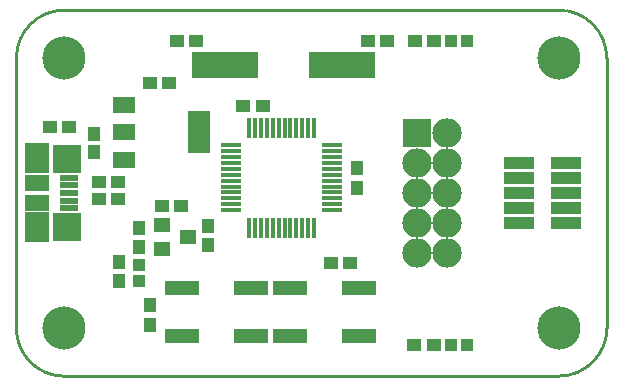
<source format=gts>
%FSLAX25Y25*%
%MOIN*%
G70*
G01*
G75*
G04 Layer_Color=8388736*
%ADD10R,0.07600X0.04700*%
%ADD11R,0.07600X0.09500*%
%ADD12R,0.08400X0.08400*%
%ADD13R,0.05400X0.01600*%
%ADD14R,0.21654X0.07874*%
%ADD15R,0.04000X0.03500*%
%ADD16R,0.06400X0.13200*%
%ADD17R,0.06400X0.04800*%
%ADD18R,0.03500X0.04000*%
%ADD19R,0.03543X0.03150*%
%ADD20R,0.11000X0.04000*%
%ADD21R,0.03150X0.03543*%
%ADD22R,0.09600X0.03200*%
%ADD23R,0.06102X0.00984*%
%ADD24R,0.00984X0.06102*%
%ADD25R,0.04600X0.04000*%
%ADD26C,0.01000*%
%ADD27C,0.02000*%
%ADD28C,0.01500*%
%ADD29C,0.03000*%
%ADD30C,0.13600*%
%ADD31C,0.09000*%
%ADD32R,0.09000X0.09000*%
%ADD33C,0.02800*%
%ADD34C,0.00984*%
%ADD35C,0.00800*%
%ADD36C,0.00787*%
%ADD37C,0.00700*%
%ADD38R,0.08400X0.05500*%
%ADD39R,0.08400X0.10300*%
%ADD40R,0.09200X0.09200*%
%ADD41R,0.06200X0.02400*%
%ADD42R,0.22453X0.08674*%
%ADD43R,0.04800X0.04300*%
%ADD44R,0.07200X0.14000*%
%ADD45R,0.07200X0.05600*%
%ADD46R,0.04300X0.04800*%
%ADD47R,0.04343X0.03950*%
%ADD48R,0.11800X0.04800*%
%ADD49R,0.03950X0.04343*%
%ADD50R,0.10400X0.04000*%
%ADD51R,0.06902X0.01784*%
%ADD52R,0.01784X0.06902*%
%ADD53R,0.05400X0.04800*%
%ADD54C,0.14400*%
%ADD55C,0.09800*%
%ADD56R,0.09800X0.09800*%
D26*
X116000Y222047D02*
G03*
X100000Y206000I0J-16000D01*
G01*
X99999Y116000D02*
G03*
X116000Y99999I16001J0D01*
G01*
X296803Y206000D02*
G03*
X280800Y222050I-16003J47D01*
G01*
Y100039D02*
G03*
X296861Y116100I0J16061D01*
G01*
X116000Y222047D02*
X280800D01*
X296850Y116100D02*
Y206000D01*
X100000Y116000D02*
Y206000D01*
X116000Y100000D02*
X280800D01*
D38*
X106800Y157900D02*
D03*
Y164400D02*
D03*
D39*
Y172600D02*
D03*
Y149700D02*
D03*
D40*
X116900Y172400D02*
D03*
Y149800D02*
D03*
D41*
X117400Y155964D02*
D03*
Y158523D02*
D03*
Y161082D02*
D03*
Y163641D02*
D03*
Y166200D02*
D03*
D42*
X208588Y203900D02*
D03*
X169612D02*
D03*
D43*
X150756Y197700D02*
D03*
X144400D02*
D03*
X111144Y183100D02*
D03*
X117500D02*
D03*
X133900Y159200D02*
D03*
X127544D02*
D03*
X127500Y164600D02*
D03*
X133856D02*
D03*
X204900Y137800D02*
D03*
X211256D02*
D03*
X232700Y110300D02*
D03*
X239056D02*
D03*
X182056Y190100D02*
D03*
X175700D02*
D03*
X155000Y156900D02*
D03*
X148644D02*
D03*
X239100Y211700D02*
D03*
X232744D02*
D03*
X217344D02*
D03*
X223700D02*
D03*
X153544D02*
D03*
X159900D02*
D03*
D44*
X161000Y181300D02*
D03*
D45*
X135800D02*
D03*
Y190355D02*
D03*
Y172245D02*
D03*
D46*
X125900Y180656D02*
D03*
Y174700D02*
D03*
X134200Y131600D02*
D03*
Y137956D02*
D03*
X144600Y123600D02*
D03*
Y117244D02*
D03*
X213700Y169256D02*
D03*
Y162900D02*
D03*
X163800Y143700D02*
D03*
Y150056D02*
D03*
X141000Y149300D02*
D03*
Y142944D02*
D03*
D47*
Y131644D02*
D03*
Y137156D02*
D03*
D48*
X155300Y129300D02*
D03*
Y113300D02*
D03*
X178300Y129300D02*
D03*
Y113300D02*
D03*
X191100Y129300D02*
D03*
Y113300D02*
D03*
X214100Y129300D02*
D03*
Y113300D02*
D03*
D49*
X250256Y110300D02*
D03*
X244744D02*
D03*
X250256Y211700D02*
D03*
X244744D02*
D03*
D50*
X283200Y151000D02*
D03*
Y156000D02*
D03*
Y161000D02*
D03*
Y166000D02*
D03*
Y171000D02*
D03*
X267600Y151000D02*
D03*
Y156000D02*
D03*
Y161000D02*
D03*
Y166000D02*
D03*
Y171000D02*
D03*
D51*
X205100Y177027D02*
D03*
Y175058D02*
D03*
Y173090D02*
D03*
Y171121D02*
D03*
Y169153D02*
D03*
Y167184D02*
D03*
Y165216D02*
D03*
Y163247D02*
D03*
Y161279D02*
D03*
Y159310D02*
D03*
Y157342D02*
D03*
Y155373D02*
D03*
X171700D02*
D03*
Y157342D02*
D03*
Y159310D02*
D03*
Y161279D02*
D03*
Y163247D02*
D03*
Y165216D02*
D03*
Y167184D02*
D03*
Y169153D02*
D03*
Y171121D02*
D03*
Y173090D02*
D03*
Y175058D02*
D03*
Y177027D02*
D03*
D52*
X199227Y149500D02*
D03*
X197258D02*
D03*
X195290D02*
D03*
X193321D02*
D03*
X191353D02*
D03*
X189384D02*
D03*
X187416D02*
D03*
X185447D02*
D03*
X183479D02*
D03*
X181510D02*
D03*
X179542D02*
D03*
X177573D02*
D03*
Y182700D02*
D03*
X179542D02*
D03*
X181510D02*
D03*
X183479D02*
D03*
X185447D02*
D03*
X187416D02*
D03*
X189384D02*
D03*
X191353D02*
D03*
X193321D02*
D03*
X195290D02*
D03*
X197258D02*
D03*
X199227D02*
D03*
D53*
X148400Y150500D02*
D03*
Y142500D02*
D03*
X157100Y146500D02*
D03*
D54*
X116000Y116000D02*
D03*
Y206047D02*
D03*
X280800Y116100D02*
D03*
Y206047D02*
D03*
D55*
X243500Y141000D02*
D03*
X233500D02*
D03*
X243500Y151000D02*
D03*
Y161000D02*
D03*
Y171000D02*
D03*
Y181000D02*
D03*
X233500Y171000D02*
D03*
Y161000D02*
D03*
Y151000D02*
D03*
D56*
Y181000D02*
D03*
M02*

</source>
